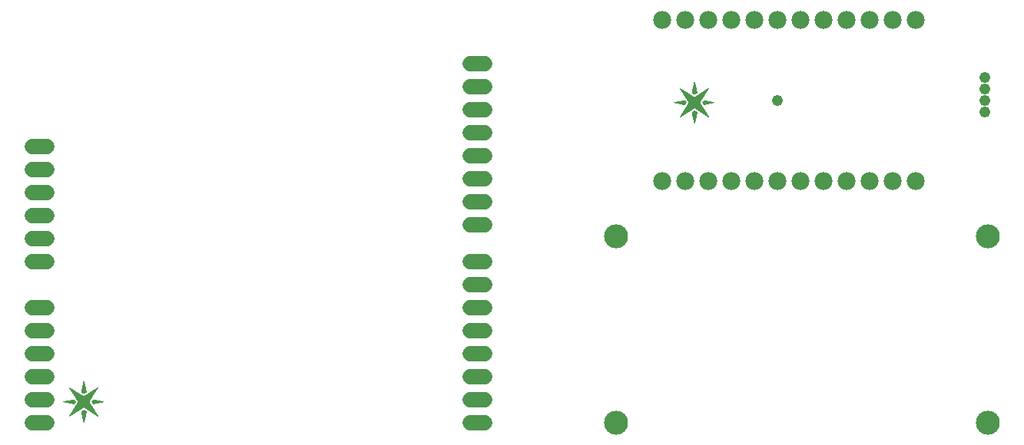
<source format=gts>
G75*
G70*
%OFA0B0*%
%FSLAX24Y24*%
%IPPOS*%
%LPD*%
%AMOC8*
5,1,8,0,0,1.08239X$1,22.5*
%
%ADD10C,0.1040*%
%ADD11C,0.0680*%
%ADD12C,0.0780*%
%ADD13C,0.0010*%
%ADD14C,0.0480*%
D10*
X027300Y002325D03*
X043442Y002325D03*
X043442Y010396D03*
X027300Y010396D03*
D11*
X002620Y002325D02*
X001980Y002325D01*
X001980Y003325D02*
X002620Y003325D01*
X002620Y004325D02*
X001980Y004325D01*
X001980Y005325D02*
X002620Y005325D01*
X002620Y006325D02*
X001980Y006325D01*
X001980Y007325D02*
X002620Y007325D01*
X002620Y009325D02*
X001980Y009325D01*
X001980Y010325D02*
X002620Y010325D01*
X002620Y011325D02*
X001980Y011325D01*
X001980Y012325D02*
X002620Y012325D01*
X002620Y013325D02*
X001980Y013325D01*
X001980Y014325D02*
X002620Y014325D01*
X020980Y013925D02*
X021620Y013925D01*
X021620Y014925D02*
X020980Y014925D01*
X020980Y015925D02*
X021620Y015925D01*
X021620Y016925D02*
X020980Y016925D01*
X020980Y017925D02*
X021620Y017925D01*
X021620Y012925D02*
X020980Y012925D01*
X020980Y011925D02*
X021620Y011925D01*
X021620Y010925D02*
X020980Y010925D01*
X020980Y009325D02*
X021620Y009325D01*
X021620Y008325D02*
X020980Y008325D01*
X020980Y007325D02*
X021620Y007325D01*
X021620Y006325D02*
X020980Y006325D01*
X020980Y005325D02*
X021620Y005325D01*
X021620Y004325D02*
X020980Y004325D01*
X020980Y003325D02*
X021620Y003325D01*
X021620Y002325D02*
X020980Y002325D01*
D12*
X029300Y012825D03*
X030300Y012825D03*
X031300Y012825D03*
X032300Y012825D03*
X033300Y012825D03*
X034300Y012825D03*
X035300Y012825D03*
X036300Y012825D03*
X037300Y012825D03*
X038300Y012825D03*
X039300Y012825D03*
X040300Y012825D03*
X040300Y019825D03*
X039300Y019825D03*
X038300Y019825D03*
X037300Y019825D03*
X036300Y019825D03*
X035300Y019825D03*
X034300Y019825D03*
X033300Y019825D03*
X032300Y019825D03*
X031300Y019825D03*
X030300Y019825D03*
X029300Y019825D03*
D13*
X030700Y017115D02*
X030800Y016655D01*
X030700Y016595D01*
X030600Y016655D01*
X030700Y017115D01*
X030700Y017113D02*
X030700Y017113D01*
X030698Y017104D02*
X030702Y017104D01*
X030704Y017096D02*
X030696Y017096D01*
X030694Y017087D02*
X030706Y017087D01*
X030708Y017079D02*
X030692Y017079D01*
X030690Y017070D02*
X030710Y017070D01*
X030712Y017062D02*
X030688Y017062D01*
X030687Y017053D02*
X030713Y017053D01*
X030715Y017045D02*
X030685Y017045D01*
X030683Y017036D02*
X030717Y017036D01*
X030719Y017028D02*
X030681Y017028D01*
X030679Y017019D02*
X030721Y017019D01*
X030723Y017011D02*
X030677Y017011D01*
X030676Y017002D02*
X030724Y017002D01*
X030726Y016994D02*
X030674Y016994D01*
X030672Y016985D02*
X030728Y016985D01*
X030730Y016977D02*
X030670Y016977D01*
X030668Y016968D02*
X030732Y016968D01*
X030734Y016960D02*
X030666Y016960D01*
X030664Y016951D02*
X030736Y016951D01*
X030737Y016943D02*
X030663Y016943D01*
X030661Y016934D02*
X030739Y016934D01*
X030741Y016926D02*
X030659Y016926D01*
X030657Y016917D02*
X030743Y016917D01*
X030745Y016909D02*
X030655Y016909D01*
X030653Y016900D02*
X030747Y016900D01*
X030748Y016892D02*
X030652Y016892D01*
X030650Y016883D02*
X030750Y016883D01*
X030752Y016875D02*
X030648Y016875D01*
X030646Y016866D02*
X030754Y016866D01*
X030756Y016858D02*
X030644Y016858D01*
X030642Y016849D02*
X030758Y016849D01*
X030760Y016841D02*
X030640Y016841D01*
X030639Y016832D02*
X030761Y016832D01*
X030763Y016824D02*
X030637Y016824D01*
X030635Y016815D02*
X030765Y016815D01*
X030767Y016807D02*
X030633Y016807D01*
X030631Y016798D02*
X030769Y016798D01*
X030771Y016790D02*
X030629Y016790D01*
X030627Y016781D02*
X030773Y016781D01*
X030774Y016773D02*
X030626Y016773D01*
X030624Y016764D02*
X030776Y016764D01*
X030778Y016756D02*
X030622Y016756D01*
X030620Y016747D02*
X030780Y016747D01*
X030782Y016739D02*
X030618Y016739D01*
X030616Y016730D02*
X030784Y016730D01*
X030785Y016722D02*
X030615Y016722D01*
X030613Y016713D02*
X030787Y016713D01*
X030789Y016705D02*
X030611Y016705D01*
X030609Y016696D02*
X030791Y016696D01*
X030793Y016688D02*
X030607Y016688D01*
X030605Y016679D02*
X030795Y016679D01*
X030797Y016671D02*
X030603Y016671D01*
X030602Y016662D02*
X030798Y016662D01*
X030798Y016654D02*
X030602Y016654D01*
X030616Y016645D02*
X030784Y016645D01*
X030770Y016637D02*
X030630Y016637D01*
X030644Y016628D02*
X030756Y016628D01*
X030742Y016620D02*
X030658Y016620D01*
X030673Y016611D02*
X030727Y016611D01*
X030713Y016603D02*
X030687Y016603D01*
X030626Y016501D02*
X030302Y016501D01*
X030307Y016492D02*
X030640Y016492D01*
X030654Y016484D02*
X030312Y016484D01*
X030318Y016475D02*
X030667Y016475D01*
X030681Y016467D02*
X030323Y016467D01*
X030328Y016458D02*
X030694Y016458D01*
X030700Y016455D02*
X030090Y016835D01*
X030470Y016235D01*
X030090Y015615D01*
X030700Y016015D01*
X031320Y015605D01*
X030920Y016235D01*
X031300Y016845D01*
X030700Y016455D01*
X030705Y016458D02*
X031059Y016458D01*
X031054Y016450D02*
X030334Y016450D01*
X030339Y016441D02*
X031049Y016441D01*
X031043Y016433D02*
X030345Y016433D01*
X030350Y016424D02*
X031038Y016424D01*
X031033Y016416D02*
X030355Y016416D01*
X030361Y016407D02*
X031027Y016407D01*
X031022Y016399D02*
X030366Y016399D01*
X030372Y016390D02*
X031017Y016390D01*
X031012Y016382D02*
X030377Y016382D01*
X030382Y016373D02*
X031006Y016373D01*
X031001Y016365D02*
X030388Y016365D01*
X030393Y016356D02*
X030996Y016356D01*
X030990Y016348D02*
X030398Y016348D01*
X030404Y016339D02*
X030985Y016339D01*
X030980Y016331D02*
X030409Y016331D01*
X030415Y016322D02*
X030974Y016322D01*
X030969Y016314D02*
X030420Y016314D01*
X030425Y016305D02*
X030964Y016305D01*
X030959Y016297D02*
X030431Y016297D01*
X030436Y016288D02*
X030953Y016288D01*
X030948Y016280D02*
X030442Y016280D01*
X030447Y016271D02*
X030943Y016271D01*
X030937Y016263D02*
X030452Y016263D01*
X030458Y016254D02*
X030932Y016254D01*
X030927Y016246D02*
X030463Y016246D01*
X030468Y016237D02*
X030922Y016237D01*
X030924Y016229D02*
X030466Y016229D01*
X030461Y016220D02*
X030929Y016220D01*
X030935Y016212D02*
X030456Y016212D01*
X030451Y016203D02*
X030940Y016203D01*
X030945Y016195D02*
X030445Y016195D01*
X030440Y016186D02*
X030951Y016186D01*
X030956Y016178D02*
X030435Y016178D01*
X030430Y016169D02*
X030962Y016169D01*
X030967Y016161D02*
X030425Y016161D01*
X030419Y016152D02*
X030972Y016152D01*
X030978Y016144D02*
X030414Y016144D01*
X030409Y016135D02*
X030983Y016135D01*
X030989Y016127D02*
X030404Y016127D01*
X030399Y016118D02*
X030994Y016118D01*
X030999Y016110D02*
X030393Y016110D01*
X030388Y016101D02*
X031005Y016101D01*
X031010Y016093D02*
X030383Y016093D01*
X030378Y016084D02*
X031016Y016084D01*
X031021Y016076D02*
X030373Y016076D01*
X030367Y016067D02*
X031026Y016067D01*
X031032Y016059D02*
X030362Y016059D01*
X030357Y016050D02*
X031037Y016050D01*
X031043Y016042D02*
X030352Y016042D01*
X030346Y016033D02*
X031048Y016033D01*
X031053Y016025D02*
X030341Y016025D01*
X030336Y016016D02*
X031059Y016016D01*
X031064Y016008D02*
X030711Y016008D01*
X030724Y015999D02*
X031070Y015999D01*
X031075Y015991D02*
X030736Y015991D01*
X030749Y015982D02*
X031080Y015982D01*
X031086Y015974D02*
X030762Y015974D01*
X030775Y015965D02*
X031091Y015965D01*
X031097Y015957D02*
X030788Y015957D01*
X030801Y015948D02*
X031102Y015948D01*
X031107Y015940D02*
X030813Y015940D01*
X030826Y015931D02*
X031113Y015931D01*
X031118Y015923D02*
X030839Y015923D01*
X030852Y015914D02*
X031124Y015914D01*
X031129Y015906D02*
X030865Y015906D01*
X030878Y015897D02*
X031134Y015897D01*
X031140Y015889D02*
X030891Y015889D01*
X030903Y015880D02*
X031145Y015880D01*
X031151Y015872D02*
X030916Y015872D01*
X030929Y015863D02*
X031156Y015863D01*
X031161Y015855D02*
X030942Y015855D01*
X030955Y015846D02*
X031167Y015846D01*
X031172Y015838D02*
X030968Y015838D01*
X030981Y015829D02*
X031177Y015829D01*
X031183Y015821D02*
X030993Y015821D01*
X031006Y015812D02*
X031188Y015812D01*
X031194Y015804D02*
X031019Y015804D01*
X031032Y015795D02*
X031199Y015795D01*
X031204Y015787D02*
X031045Y015787D01*
X031058Y015778D02*
X031210Y015778D01*
X031215Y015770D02*
X031071Y015770D01*
X031083Y015761D02*
X031221Y015761D01*
X031226Y015753D02*
X031096Y015753D01*
X031109Y015744D02*
X031231Y015744D01*
X031237Y015736D02*
X031122Y015736D01*
X031135Y015727D02*
X031242Y015727D01*
X031248Y015719D02*
X031148Y015719D01*
X031161Y015710D02*
X031253Y015710D01*
X031258Y015702D02*
X031173Y015702D01*
X031186Y015693D02*
X031264Y015693D01*
X031269Y015685D02*
X031199Y015685D01*
X031212Y015676D02*
X031275Y015676D01*
X031280Y015668D02*
X031225Y015668D01*
X031238Y015659D02*
X031285Y015659D01*
X031291Y015651D02*
X031251Y015651D01*
X031263Y015642D02*
X031296Y015642D01*
X031302Y015634D02*
X031276Y015634D01*
X031289Y015625D02*
X031307Y015625D01*
X031302Y015617D02*
X031312Y015617D01*
X031315Y015608D02*
X031318Y015608D01*
X030787Y015736D02*
X030613Y015736D01*
X030611Y015744D02*
X030789Y015744D01*
X030790Y015753D02*
X030610Y015753D01*
X030608Y015761D02*
X030792Y015761D01*
X030794Y015770D02*
X030606Y015770D01*
X030604Y015778D02*
X030796Y015778D01*
X030798Y015787D02*
X030602Y015787D01*
X030600Y015795D02*
X030700Y015865D01*
X030800Y015795D01*
X030700Y015355D01*
X030600Y015795D01*
X030601Y015795D02*
X030799Y015795D01*
X030787Y015804D02*
X030613Y015804D01*
X030625Y015812D02*
X030775Y015812D01*
X030763Y015821D02*
X030637Y015821D01*
X030649Y015829D02*
X030751Y015829D01*
X030739Y015838D02*
X030661Y015838D01*
X030673Y015846D02*
X030727Y015846D01*
X030714Y015855D02*
X030686Y015855D01*
X030698Y015863D02*
X030702Y015863D01*
X030637Y015974D02*
X030310Y015974D01*
X030315Y015982D02*
X030650Y015982D01*
X030663Y015991D02*
X030320Y015991D01*
X030326Y015999D02*
X030676Y015999D01*
X030689Y016008D02*
X030331Y016008D01*
X030305Y015965D02*
X030624Y015965D01*
X030611Y015957D02*
X030300Y015957D01*
X030294Y015948D02*
X030599Y015948D01*
X030586Y015940D02*
X030289Y015940D01*
X030284Y015931D02*
X030573Y015931D01*
X030560Y015923D02*
X030279Y015923D01*
X030274Y015914D02*
X030547Y015914D01*
X030534Y015906D02*
X030268Y015906D01*
X030263Y015897D02*
X030521Y015897D01*
X030508Y015889D02*
X030258Y015889D01*
X030253Y015880D02*
X030495Y015880D01*
X030482Y015872D02*
X030247Y015872D01*
X030242Y015863D02*
X030469Y015863D01*
X030456Y015855D02*
X030237Y015855D01*
X030232Y015846D02*
X030443Y015846D01*
X030430Y015838D02*
X030227Y015838D01*
X030221Y015829D02*
X030417Y015829D01*
X030404Y015821D02*
X030216Y015821D01*
X030211Y015812D02*
X030391Y015812D01*
X030378Y015804D02*
X030206Y015804D01*
X030201Y015795D02*
X030365Y015795D01*
X030352Y015787D02*
X030195Y015787D01*
X030190Y015778D02*
X030339Y015778D01*
X030326Y015770D02*
X030185Y015770D01*
X030180Y015761D02*
X030313Y015761D01*
X030300Y015753D02*
X030175Y015753D01*
X030169Y015744D02*
X030287Y015744D01*
X030274Y015736D02*
X030164Y015736D01*
X030159Y015727D02*
X030261Y015727D01*
X030249Y015719D02*
X030154Y015719D01*
X030148Y015710D02*
X030236Y015710D01*
X030223Y015702D02*
X030143Y015702D01*
X030138Y015693D02*
X030210Y015693D01*
X030197Y015685D02*
X030133Y015685D01*
X030128Y015676D02*
X030184Y015676D01*
X030171Y015668D02*
X030122Y015668D01*
X030117Y015659D02*
X030158Y015659D01*
X030145Y015651D02*
X030112Y015651D01*
X030107Y015642D02*
X030132Y015642D01*
X030119Y015634D02*
X030102Y015634D01*
X030106Y015625D02*
X030096Y015625D01*
X030093Y015617D02*
X030091Y015617D01*
X030615Y015727D02*
X030785Y015727D01*
X030783Y015719D02*
X030617Y015719D01*
X030619Y015710D02*
X030781Y015710D01*
X030779Y015702D02*
X030621Y015702D01*
X030623Y015693D02*
X030777Y015693D01*
X030775Y015685D02*
X030625Y015685D01*
X030627Y015676D02*
X030773Y015676D01*
X030771Y015668D02*
X030629Y015668D01*
X030631Y015659D02*
X030769Y015659D01*
X030767Y015651D02*
X030633Y015651D01*
X030635Y015642D02*
X030765Y015642D01*
X030763Y015634D02*
X030637Y015634D01*
X030639Y015625D02*
X030761Y015625D01*
X030760Y015617D02*
X030640Y015617D01*
X030642Y015608D02*
X030758Y015608D01*
X030756Y015600D02*
X030644Y015600D01*
X030646Y015591D02*
X030754Y015591D01*
X030752Y015583D02*
X030648Y015583D01*
X030650Y015574D02*
X030750Y015574D01*
X030748Y015566D02*
X030652Y015566D01*
X030654Y015557D02*
X030746Y015557D01*
X030744Y015549D02*
X030656Y015549D01*
X030658Y015540D02*
X030742Y015540D01*
X030740Y015532D02*
X030660Y015532D01*
X030662Y015523D02*
X030738Y015523D01*
X030736Y015515D02*
X030664Y015515D01*
X030666Y015506D02*
X030734Y015506D01*
X030732Y015498D02*
X030668Y015498D01*
X030669Y015489D02*
X030731Y015489D01*
X030729Y015481D02*
X030671Y015481D01*
X030673Y015472D02*
X030727Y015472D01*
X030725Y015464D02*
X030675Y015464D01*
X030677Y015455D02*
X030723Y015455D01*
X030721Y015447D02*
X030679Y015447D01*
X030681Y015438D02*
X030719Y015438D01*
X030717Y015430D02*
X030683Y015430D01*
X030685Y015421D02*
X030715Y015421D01*
X030713Y015413D02*
X030687Y015413D01*
X030689Y015404D02*
X030711Y015404D01*
X030709Y015396D02*
X030691Y015396D01*
X030693Y015387D02*
X030707Y015387D01*
X030705Y015379D02*
X030695Y015379D01*
X030696Y015370D02*
X030704Y015370D01*
X030702Y015362D02*
X030698Y015362D01*
X030280Y016145D02*
X029820Y016235D01*
X030280Y016325D01*
X030340Y016235D01*
X030280Y016145D01*
X030285Y016152D02*
X030242Y016152D01*
X030198Y016161D02*
X030291Y016161D01*
X030296Y016169D02*
X030155Y016169D01*
X030112Y016178D02*
X030302Y016178D01*
X030308Y016186D02*
X030068Y016186D01*
X030025Y016195D02*
X030313Y016195D01*
X030319Y016203D02*
X029981Y016203D01*
X029938Y016212D02*
X030325Y016212D01*
X030330Y016220D02*
X029894Y016220D01*
X029876Y016246D02*
X030333Y016246D01*
X030338Y016237D02*
X029833Y016237D01*
X029851Y016229D02*
X030336Y016229D01*
X030327Y016254D02*
X029919Y016254D01*
X029963Y016263D02*
X030321Y016263D01*
X030316Y016271D02*
X030006Y016271D01*
X030050Y016280D02*
X030310Y016280D01*
X030304Y016288D02*
X030093Y016288D01*
X030137Y016297D02*
X030299Y016297D01*
X030293Y016305D02*
X030180Y016305D01*
X030224Y016314D02*
X030287Y016314D01*
X030282Y016322D02*
X030267Y016322D01*
X030296Y016509D02*
X030613Y016509D01*
X030599Y016518D02*
X030291Y016518D01*
X030285Y016526D02*
X030585Y016526D01*
X030572Y016535D02*
X030280Y016535D01*
X030275Y016543D02*
X030558Y016543D01*
X030544Y016552D02*
X030269Y016552D01*
X030264Y016560D02*
X030531Y016560D01*
X030517Y016569D02*
X030258Y016569D01*
X030253Y016577D02*
X030503Y016577D01*
X030490Y016586D02*
X030248Y016586D01*
X030242Y016594D02*
X030476Y016594D01*
X030462Y016603D02*
X030237Y016603D01*
X030232Y016611D02*
X030449Y016611D01*
X030435Y016620D02*
X030226Y016620D01*
X030221Y016628D02*
X030422Y016628D01*
X030408Y016637D02*
X030215Y016637D01*
X030210Y016645D02*
X030394Y016645D01*
X030381Y016654D02*
X030205Y016654D01*
X030199Y016662D02*
X030367Y016662D01*
X030353Y016671D02*
X030194Y016671D01*
X030188Y016679D02*
X030340Y016679D01*
X030326Y016688D02*
X030183Y016688D01*
X030178Y016696D02*
X030312Y016696D01*
X030299Y016705D02*
X030172Y016705D01*
X030167Y016713D02*
X030285Y016713D01*
X030271Y016722D02*
X030162Y016722D01*
X030156Y016730D02*
X030258Y016730D01*
X030244Y016739D02*
X030151Y016739D01*
X030145Y016747D02*
X030231Y016747D01*
X030217Y016756D02*
X030140Y016756D01*
X030135Y016764D02*
X030203Y016764D01*
X030190Y016773D02*
X030129Y016773D01*
X030124Y016781D02*
X030176Y016781D01*
X030162Y016790D02*
X030119Y016790D01*
X030113Y016798D02*
X030149Y016798D01*
X030135Y016807D02*
X030108Y016807D01*
X030102Y016815D02*
X030121Y016815D01*
X030108Y016824D02*
X030097Y016824D01*
X030094Y016832D02*
X030092Y016832D01*
X030745Y016484D02*
X031075Y016484D01*
X031070Y016475D02*
X030731Y016475D01*
X030718Y016467D02*
X031065Y016467D01*
X031080Y016492D02*
X030758Y016492D01*
X030771Y016501D02*
X031086Y016501D01*
X031091Y016509D02*
X030784Y016509D01*
X030797Y016518D02*
X031096Y016518D01*
X031102Y016526D02*
X030810Y016526D01*
X030823Y016535D02*
X031107Y016535D01*
X031112Y016543D02*
X030836Y016543D01*
X030849Y016552D02*
X031117Y016552D01*
X031123Y016560D02*
X030862Y016560D01*
X030875Y016569D02*
X031128Y016569D01*
X031133Y016577D02*
X030888Y016577D01*
X030901Y016586D02*
X031139Y016586D01*
X031144Y016594D02*
X030915Y016594D01*
X030928Y016603D02*
X031149Y016603D01*
X031155Y016611D02*
X030941Y016611D01*
X030954Y016620D02*
X031160Y016620D01*
X031165Y016628D02*
X030967Y016628D01*
X030980Y016637D02*
X031170Y016637D01*
X031176Y016645D02*
X030993Y016645D01*
X031006Y016654D02*
X031181Y016654D01*
X031186Y016662D02*
X031019Y016662D01*
X031032Y016671D02*
X031192Y016671D01*
X031197Y016679D02*
X031045Y016679D01*
X031058Y016688D02*
X031202Y016688D01*
X031207Y016696D02*
X031071Y016696D01*
X031085Y016705D02*
X031213Y016705D01*
X031218Y016713D02*
X031098Y016713D01*
X031111Y016722D02*
X031223Y016722D01*
X031229Y016730D02*
X031124Y016730D01*
X031137Y016739D02*
X031234Y016739D01*
X031239Y016747D02*
X031150Y016747D01*
X031163Y016756D02*
X031245Y016756D01*
X031250Y016764D02*
X031176Y016764D01*
X031189Y016773D02*
X031255Y016773D01*
X031260Y016781D02*
X031202Y016781D01*
X031215Y016790D02*
X031266Y016790D01*
X031271Y016798D02*
X031228Y016798D01*
X031242Y016807D02*
X031276Y016807D01*
X031282Y016815D02*
X031255Y016815D01*
X031268Y016824D02*
X031287Y016824D01*
X031292Y016832D02*
X031281Y016832D01*
X031294Y016841D02*
X031297Y016841D01*
X031174Y016314D02*
X031113Y016314D01*
X031118Y016322D02*
X031132Y016322D01*
X031120Y016325D02*
X031560Y016235D01*
X031120Y016145D01*
X031060Y016235D01*
X031120Y016325D01*
X031107Y016305D02*
X031216Y016305D01*
X031257Y016297D02*
X031101Y016297D01*
X031096Y016288D02*
X031299Y016288D01*
X031340Y016280D02*
X031090Y016280D01*
X031084Y016271D02*
X031382Y016271D01*
X031423Y016263D02*
X031079Y016263D01*
X031073Y016254D02*
X031465Y016254D01*
X031489Y016220D02*
X031070Y016220D01*
X031075Y016212D02*
X031447Y016212D01*
X031406Y016203D02*
X031081Y016203D01*
X031087Y016195D02*
X031364Y016195D01*
X031323Y016186D02*
X031092Y016186D01*
X031098Y016178D02*
X031281Y016178D01*
X031240Y016169D02*
X031104Y016169D01*
X031109Y016161D02*
X031198Y016161D01*
X031156Y016152D02*
X031115Y016152D01*
X031064Y016229D02*
X031530Y016229D01*
X031548Y016237D02*
X031062Y016237D01*
X031067Y016246D02*
X031506Y016246D01*
X004800Y003845D02*
X004200Y003455D01*
X003590Y003835D01*
X003970Y003235D01*
X003590Y002615D01*
X004200Y003015D01*
X004820Y002605D01*
X004420Y003235D01*
X004800Y003845D01*
X004799Y003844D02*
X004799Y003844D01*
X004794Y003836D02*
X004786Y003836D01*
X004789Y003827D02*
X004772Y003827D01*
X004784Y003819D02*
X004759Y003819D01*
X004746Y003810D02*
X004778Y003810D01*
X004773Y003802D02*
X004733Y003802D01*
X004720Y003793D02*
X004768Y003793D01*
X004762Y003785D02*
X004707Y003785D01*
X004694Y003776D02*
X004757Y003776D01*
X004752Y003768D02*
X004681Y003768D01*
X004668Y003759D02*
X004746Y003759D01*
X004741Y003751D02*
X004655Y003751D01*
X004642Y003742D02*
X004736Y003742D01*
X004731Y003734D02*
X004629Y003734D01*
X004616Y003725D02*
X004725Y003725D01*
X004720Y003717D02*
X004602Y003717D01*
X004589Y003708D02*
X004715Y003708D01*
X004709Y003700D02*
X004576Y003700D01*
X004563Y003691D02*
X004704Y003691D01*
X004699Y003683D02*
X004550Y003683D01*
X004537Y003674D02*
X004694Y003674D01*
X004688Y003666D02*
X004524Y003666D01*
X004511Y003657D02*
X004683Y003657D01*
X004678Y003649D02*
X004498Y003649D01*
X004485Y003640D02*
X004672Y003640D01*
X004667Y003632D02*
X004472Y003632D01*
X004459Y003623D02*
X004662Y003623D01*
X004656Y003615D02*
X004446Y003615D01*
X004432Y003606D02*
X004651Y003606D01*
X004646Y003598D02*
X004419Y003598D01*
X004406Y003589D02*
X004641Y003589D01*
X004635Y003581D02*
X004393Y003581D01*
X004380Y003572D02*
X004630Y003572D01*
X004625Y003564D02*
X004367Y003564D01*
X004354Y003555D02*
X004619Y003555D01*
X004614Y003547D02*
X004341Y003547D01*
X004328Y003538D02*
X004609Y003538D01*
X004604Y003530D02*
X004315Y003530D01*
X004302Y003521D02*
X004598Y003521D01*
X004593Y003513D02*
X004289Y003513D01*
X004276Y003504D02*
X004588Y003504D01*
X004582Y003496D02*
X004262Y003496D01*
X004249Y003487D02*
X004577Y003487D01*
X004572Y003479D02*
X004236Y003479D01*
X004223Y003470D02*
X004566Y003470D01*
X004561Y003462D02*
X004210Y003462D01*
X004189Y003462D02*
X003826Y003462D01*
X003821Y003470D02*
X004176Y003470D01*
X004162Y003479D02*
X003816Y003479D01*
X003810Y003487D02*
X004148Y003487D01*
X004135Y003496D02*
X003805Y003496D01*
X003800Y003504D02*
X004121Y003504D01*
X004108Y003513D02*
X003794Y003513D01*
X003789Y003521D02*
X004094Y003521D01*
X004080Y003530D02*
X003783Y003530D01*
X003778Y003538D02*
X004067Y003538D01*
X004053Y003547D02*
X003773Y003547D01*
X003767Y003555D02*
X004039Y003555D01*
X004026Y003564D02*
X003762Y003564D01*
X003757Y003572D02*
X004012Y003572D01*
X003998Y003581D02*
X003751Y003581D01*
X003746Y003589D02*
X003985Y003589D01*
X003971Y003598D02*
X003740Y003598D01*
X003735Y003606D02*
X003957Y003606D01*
X003944Y003615D02*
X003730Y003615D01*
X003724Y003623D02*
X003930Y003623D01*
X003917Y003632D02*
X003719Y003632D01*
X003713Y003640D02*
X003903Y003640D01*
X003889Y003649D02*
X003708Y003649D01*
X003703Y003657D02*
X003876Y003657D01*
X003862Y003666D02*
X003697Y003666D01*
X003692Y003674D02*
X003848Y003674D01*
X003835Y003683D02*
X003687Y003683D01*
X003681Y003691D02*
X003821Y003691D01*
X003807Y003700D02*
X003676Y003700D01*
X003670Y003708D02*
X003794Y003708D01*
X003780Y003717D02*
X003665Y003717D01*
X003660Y003725D02*
X003766Y003725D01*
X003753Y003734D02*
X003654Y003734D01*
X003649Y003742D02*
X003739Y003742D01*
X003725Y003751D02*
X003643Y003751D01*
X003638Y003759D02*
X003712Y003759D01*
X003698Y003768D02*
X003633Y003768D01*
X003627Y003776D02*
X003685Y003776D01*
X003671Y003785D02*
X003622Y003785D01*
X003617Y003793D02*
X003657Y003793D01*
X003644Y003802D02*
X003611Y003802D01*
X003606Y003810D02*
X003630Y003810D01*
X003616Y003819D02*
X003600Y003819D01*
X003603Y003827D02*
X003595Y003827D01*
X004113Y003717D02*
X004287Y003717D01*
X004285Y003725D02*
X004115Y003725D01*
X004117Y003734D02*
X004283Y003734D01*
X004281Y003742D02*
X004119Y003742D01*
X004121Y003751D02*
X004279Y003751D01*
X004277Y003759D02*
X004123Y003759D01*
X004124Y003768D02*
X004276Y003768D01*
X004274Y003776D02*
X004126Y003776D01*
X004128Y003785D02*
X004272Y003785D01*
X004270Y003793D02*
X004130Y003793D01*
X004132Y003802D02*
X004268Y003802D01*
X004266Y003810D02*
X004134Y003810D01*
X004136Y003819D02*
X004264Y003819D01*
X004263Y003827D02*
X004137Y003827D01*
X004139Y003836D02*
X004261Y003836D01*
X004259Y003844D02*
X004141Y003844D01*
X004143Y003853D02*
X004257Y003853D01*
X004255Y003861D02*
X004145Y003861D01*
X004147Y003870D02*
X004253Y003870D01*
X004251Y003878D02*
X004149Y003878D01*
X004150Y003887D02*
X004250Y003887D01*
X004248Y003895D02*
X004152Y003895D01*
X004154Y003904D02*
X004246Y003904D01*
X004244Y003912D02*
X004156Y003912D01*
X004158Y003921D02*
X004242Y003921D01*
X004240Y003929D02*
X004160Y003929D01*
X004161Y003938D02*
X004239Y003938D01*
X004237Y003946D02*
X004163Y003946D01*
X004165Y003955D02*
X004235Y003955D01*
X004233Y003963D02*
X004167Y003963D01*
X004169Y003972D02*
X004231Y003972D01*
X004229Y003980D02*
X004171Y003980D01*
X004173Y003989D02*
X004227Y003989D01*
X004226Y003997D02*
X004174Y003997D01*
X004176Y004006D02*
X004224Y004006D01*
X004222Y004014D02*
X004178Y004014D01*
X004180Y004023D02*
X004220Y004023D01*
X004218Y004031D02*
X004182Y004031D01*
X004184Y004040D02*
X004216Y004040D01*
X004215Y004048D02*
X004185Y004048D01*
X004187Y004057D02*
X004213Y004057D01*
X004211Y004065D02*
X004189Y004065D01*
X004191Y004074D02*
X004209Y004074D01*
X004207Y004082D02*
X004193Y004082D01*
X004195Y004091D02*
X004205Y004091D01*
X004203Y004099D02*
X004197Y004099D01*
X004198Y004108D02*
X004202Y004108D01*
X004200Y004115D02*
X004300Y003655D01*
X004200Y003595D01*
X004100Y003655D01*
X004200Y004115D01*
X004112Y003708D02*
X004288Y003708D01*
X004290Y003700D02*
X004110Y003700D01*
X004108Y003691D02*
X004292Y003691D01*
X004294Y003683D02*
X004106Y003683D01*
X004104Y003674D02*
X004296Y003674D01*
X004298Y003666D02*
X004102Y003666D01*
X004100Y003657D02*
X004300Y003657D01*
X004289Y003649D02*
X004111Y003649D01*
X004125Y003640D02*
X004275Y003640D01*
X004261Y003632D02*
X004139Y003632D01*
X004153Y003623D02*
X004247Y003623D01*
X004233Y003615D02*
X004167Y003615D01*
X004182Y003606D02*
X004218Y003606D01*
X004204Y003598D02*
X004196Y003598D01*
X004519Y003394D02*
X003870Y003394D01*
X003864Y003402D02*
X004524Y003402D01*
X004529Y003411D02*
X003859Y003411D01*
X003853Y003419D02*
X004535Y003419D01*
X004540Y003428D02*
X003848Y003428D01*
X003843Y003436D02*
X004545Y003436D01*
X004551Y003445D02*
X003837Y003445D01*
X003832Y003453D02*
X004556Y003453D01*
X004513Y003385D02*
X003875Y003385D01*
X003880Y003377D02*
X004508Y003377D01*
X004503Y003368D02*
X003886Y003368D01*
X003891Y003360D02*
X004498Y003360D01*
X004492Y003351D02*
X003896Y003351D01*
X003902Y003343D02*
X004487Y003343D01*
X004482Y003334D02*
X003907Y003334D01*
X003913Y003326D02*
X004476Y003326D01*
X004471Y003317D02*
X003918Y003317D01*
X003923Y003309D02*
X004466Y003309D01*
X004461Y003300D02*
X003929Y003300D01*
X003934Y003292D02*
X004455Y003292D01*
X004450Y003283D02*
X003940Y003283D01*
X003945Y003275D02*
X004445Y003275D01*
X004439Y003266D02*
X003950Y003266D01*
X003956Y003258D02*
X004434Y003258D01*
X004429Y003249D02*
X003961Y003249D01*
X003966Y003241D02*
X004423Y003241D01*
X004422Y003232D02*
X003968Y003232D01*
X003963Y003224D02*
X004427Y003224D01*
X004433Y003215D02*
X003958Y003215D01*
X003953Y003207D02*
X004438Y003207D01*
X004443Y003198D02*
X003947Y003198D01*
X003942Y003190D02*
X004449Y003190D01*
X004454Y003181D02*
X003937Y003181D01*
X003932Y003173D02*
X004460Y003173D01*
X004465Y003164D02*
X003927Y003164D01*
X003921Y003156D02*
X004470Y003156D01*
X004476Y003147D02*
X003916Y003147D01*
X003911Y003139D02*
X004481Y003139D01*
X004487Y003130D02*
X003906Y003130D01*
X003900Y003122D02*
X004492Y003122D01*
X004497Y003113D02*
X003895Y003113D01*
X003890Y003105D02*
X004503Y003105D01*
X004508Y003096D02*
X003885Y003096D01*
X003880Y003088D02*
X004514Y003088D01*
X004519Y003079D02*
X003874Y003079D01*
X003869Y003071D02*
X004524Y003071D01*
X004530Y003062D02*
X003864Y003062D01*
X003859Y003054D02*
X004535Y003054D01*
X004541Y003045D02*
X003854Y003045D01*
X003848Y003037D02*
X004546Y003037D01*
X004551Y003028D02*
X003843Y003028D01*
X003838Y003020D02*
X004557Y003020D01*
X004562Y003011D02*
X004206Y003011D01*
X004194Y003011D02*
X003833Y003011D01*
X003828Y003003D02*
X004181Y003003D01*
X004168Y002994D02*
X003822Y002994D01*
X003817Y002986D02*
X004155Y002986D01*
X004142Y002977D02*
X003812Y002977D01*
X003807Y002969D02*
X004129Y002969D01*
X004116Y002960D02*
X003801Y002960D01*
X003796Y002952D02*
X004103Y002952D01*
X004090Y002943D02*
X003791Y002943D01*
X003786Y002935D02*
X004077Y002935D01*
X004064Y002926D02*
X003781Y002926D01*
X003775Y002918D02*
X004051Y002918D01*
X004038Y002909D02*
X003770Y002909D01*
X003765Y002901D02*
X004026Y002901D01*
X004013Y002892D02*
X003760Y002892D01*
X003755Y002884D02*
X004000Y002884D01*
X003987Y002875D02*
X003749Y002875D01*
X003744Y002867D02*
X003974Y002867D01*
X003961Y002858D02*
X003739Y002858D01*
X003734Y002850D02*
X003948Y002850D01*
X003935Y002841D02*
X003729Y002841D01*
X003723Y002833D02*
X003922Y002833D01*
X003909Y002824D02*
X003718Y002824D01*
X003713Y002816D02*
X003896Y002816D01*
X003883Y002807D02*
X003708Y002807D01*
X003703Y002799D02*
X003870Y002799D01*
X003857Y002790D02*
X003697Y002790D01*
X003692Y002782D02*
X003844Y002782D01*
X003831Y002773D02*
X003687Y002773D01*
X003682Y002765D02*
X003818Y002765D01*
X003805Y002756D02*
X003676Y002756D01*
X003671Y002748D02*
X003792Y002748D01*
X003779Y002739D02*
X003666Y002739D01*
X003661Y002731D02*
X003766Y002731D01*
X003753Y002722D02*
X003656Y002722D01*
X003650Y002714D02*
X003740Y002714D01*
X003727Y002705D02*
X003645Y002705D01*
X003640Y002697D02*
X003714Y002697D01*
X003701Y002688D02*
X003635Y002688D01*
X003630Y002680D02*
X003688Y002680D01*
X003676Y002671D02*
X003624Y002671D01*
X003619Y002663D02*
X003663Y002663D01*
X003650Y002654D02*
X003614Y002654D01*
X003609Y002646D02*
X003637Y002646D01*
X003624Y002637D02*
X003604Y002637D01*
X003598Y002629D02*
X003611Y002629D01*
X003598Y002620D02*
X003593Y002620D01*
X004113Y002739D02*
X004287Y002739D01*
X004285Y002731D02*
X004115Y002731D01*
X004117Y002722D02*
X004283Y002722D01*
X004281Y002714D02*
X004119Y002714D01*
X004120Y002705D02*
X004280Y002705D01*
X004278Y002697D02*
X004122Y002697D01*
X004124Y002688D02*
X004276Y002688D01*
X004274Y002680D02*
X004126Y002680D01*
X004128Y002671D02*
X004272Y002671D01*
X004270Y002663D02*
X004130Y002663D01*
X004132Y002654D02*
X004268Y002654D01*
X004266Y002646D02*
X004134Y002646D01*
X004136Y002637D02*
X004264Y002637D01*
X004262Y002629D02*
X004138Y002629D01*
X004140Y002620D02*
X004260Y002620D01*
X004258Y002612D02*
X004142Y002612D01*
X004144Y002603D02*
X004256Y002603D01*
X004254Y002595D02*
X004146Y002595D01*
X004147Y002586D02*
X004253Y002586D01*
X004251Y002578D02*
X004149Y002578D01*
X004151Y002569D02*
X004249Y002569D01*
X004247Y002561D02*
X004153Y002561D01*
X004155Y002552D02*
X004245Y002552D01*
X004243Y002544D02*
X004157Y002544D01*
X004159Y002535D02*
X004241Y002535D01*
X004239Y002527D02*
X004161Y002527D01*
X004163Y002518D02*
X004237Y002518D01*
X004235Y002510D02*
X004165Y002510D01*
X004167Y002501D02*
X004233Y002501D01*
X004231Y002493D02*
X004169Y002493D01*
X004171Y002484D02*
X004229Y002484D01*
X004227Y002476D02*
X004173Y002476D01*
X004175Y002467D02*
X004225Y002467D01*
X004224Y002459D02*
X004176Y002459D01*
X004178Y002450D02*
X004222Y002450D01*
X004220Y002442D02*
X004180Y002442D01*
X004182Y002433D02*
X004218Y002433D01*
X004216Y002425D02*
X004184Y002425D01*
X004186Y002416D02*
X004214Y002416D01*
X004212Y002408D02*
X004188Y002408D01*
X004190Y002399D02*
X004210Y002399D01*
X004208Y002391D02*
X004192Y002391D01*
X004194Y002382D02*
X004206Y002382D01*
X004204Y002374D02*
X004196Y002374D01*
X004198Y002365D02*
X004202Y002365D01*
X004200Y002357D02*
X004200Y002357D01*
X004200Y002355D02*
X004300Y002795D01*
X004200Y002865D01*
X004100Y002795D01*
X004200Y002355D01*
X004784Y002629D02*
X004805Y002629D01*
X004800Y002637D02*
X004772Y002637D01*
X004759Y002646D02*
X004794Y002646D01*
X004789Y002654D02*
X004746Y002654D01*
X004733Y002663D02*
X004783Y002663D01*
X004778Y002671D02*
X004720Y002671D01*
X004707Y002680D02*
X004773Y002680D01*
X004767Y002688D02*
X004694Y002688D01*
X004682Y002697D02*
X004762Y002697D01*
X004756Y002705D02*
X004669Y002705D01*
X004656Y002714D02*
X004751Y002714D01*
X004746Y002722D02*
X004643Y002722D01*
X004630Y002731D02*
X004740Y002731D01*
X004735Y002739D02*
X004617Y002739D01*
X004604Y002748D02*
X004729Y002748D01*
X004724Y002756D02*
X004592Y002756D01*
X004579Y002765D02*
X004719Y002765D01*
X004713Y002773D02*
X004566Y002773D01*
X004553Y002782D02*
X004708Y002782D01*
X004702Y002790D02*
X004540Y002790D01*
X004527Y002799D02*
X004697Y002799D01*
X004692Y002807D02*
X004514Y002807D01*
X004502Y002816D02*
X004686Y002816D01*
X004681Y002824D02*
X004489Y002824D01*
X004476Y002833D02*
X004676Y002833D01*
X004670Y002841D02*
X004463Y002841D01*
X004450Y002850D02*
X004665Y002850D01*
X004659Y002858D02*
X004437Y002858D01*
X004424Y002867D02*
X004654Y002867D01*
X004649Y002875D02*
X004412Y002875D01*
X004399Y002884D02*
X004643Y002884D01*
X004638Y002892D02*
X004386Y002892D01*
X004373Y002901D02*
X004632Y002901D01*
X004627Y002909D02*
X004360Y002909D01*
X004347Y002918D02*
X004622Y002918D01*
X004616Y002926D02*
X004334Y002926D01*
X004322Y002935D02*
X004611Y002935D01*
X004605Y002943D02*
X004309Y002943D01*
X004296Y002952D02*
X004600Y002952D01*
X004595Y002960D02*
X004283Y002960D01*
X004270Y002969D02*
X004589Y002969D01*
X004584Y002977D02*
X004257Y002977D01*
X004244Y002986D02*
X004578Y002986D01*
X004573Y002994D02*
X004232Y002994D01*
X004219Y003003D02*
X004568Y003003D01*
X004620Y003145D02*
X004560Y003235D01*
X004620Y003325D01*
X005060Y003235D01*
X004620Y003145D01*
X004619Y003147D02*
X004630Y003147D01*
X004613Y003156D02*
X004672Y003156D01*
X004713Y003164D02*
X004607Y003164D01*
X004602Y003173D02*
X004755Y003173D01*
X004796Y003181D02*
X004596Y003181D01*
X004590Y003190D02*
X004838Y003190D01*
X004880Y003198D02*
X004585Y003198D01*
X004579Y003207D02*
X004921Y003207D01*
X004963Y003215D02*
X004573Y003215D01*
X004568Y003224D02*
X005004Y003224D01*
X004991Y003249D02*
X004569Y003249D01*
X004564Y003241D02*
X005033Y003241D01*
X005046Y003232D02*
X004562Y003232D01*
X004575Y003258D02*
X004950Y003258D01*
X004908Y003266D02*
X004581Y003266D01*
X004586Y003275D02*
X004866Y003275D01*
X004825Y003283D02*
X004592Y003283D01*
X004598Y003292D02*
X004783Y003292D01*
X004742Y003300D02*
X004603Y003300D01*
X004609Y003309D02*
X004700Y003309D01*
X004659Y003317D02*
X004615Y003317D01*
X004210Y002858D02*
X004190Y002858D01*
X004178Y002850D02*
X004222Y002850D01*
X004234Y002841D02*
X004166Y002841D01*
X004154Y002833D02*
X004246Y002833D01*
X004258Y002824D02*
X004142Y002824D01*
X004129Y002816D02*
X004271Y002816D01*
X004283Y002807D02*
X004117Y002807D01*
X004105Y002799D02*
X004295Y002799D01*
X004299Y002790D02*
X004101Y002790D01*
X004103Y002782D02*
X004297Y002782D01*
X004295Y002773D02*
X004105Y002773D01*
X004107Y002765D02*
X004293Y002765D01*
X004291Y002756D02*
X004109Y002756D01*
X004111Y002748D02*
X004289Y002748D01*
X004797Y002620D02*
X004810Y002620D01*
X004810Y002612D02*
X004816Y002612D01*
X003840Y003235D02*
X003780Y003325D01*
X003320Y003235D01*
X003780Y003145D01*
X003840Y003235D01*
X003838Y003232D02*
X003335Y003232D01*
X003349Y003241D02*
X003836Y003241D01*
X003831Y003249D02*
X003392Y003249D01*
X003378Y003224D02*
X003832Y003224D01*
X003827Y003215D02*
X003422Y003215D01*
X003465Y003207D02*
X003821Y003207D01*
X003815Y003198D02*
X003509Y003198D01*
X003552Y003190D02*
X003810Y003190D01*
X003804Y003181D02*
X003596Y003181D01*
X003639Y003173D02*
X003798Y003173D01*
X003793Y003164D02*
X003682Y003164D01*
X003726Y003156D02*
X003787Y003156D01*
X003781Y003147D02*
X003769Y003147D01*
X003825Y003258D02*
X003435Y003258D01*
X003479Y003266D02*
X003819Y003266D01*
X003814Y003275D02*
X003522Y003275D01*
X003566Y003283D02*
X003808Y003283D01*
X003802Y003292D02*
X003609Y003292D01*
X003653Y003300D02*
X003797Y003300D01*
X003791Y003309D02*
X003696Y003309D01*
X003740Y003317D02*
X003785Y003317D01*
D14*
X034300Y016325D03*
X043300Y016325D03*
X043300Y015825D03*
X043300Y016825D03*
X043300Y017325D03*
M02*

</source>
